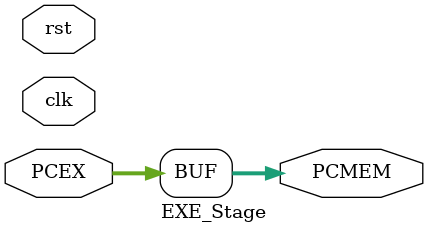
<source format=v>

module EXE_Stage(clk, rst, PCEX, PCMEM);

    input wire[0:0] clk, rst;
    input wire[0:31] PCEX;
    output wire[0:31] PCMEM;

    assign PCMEM = PCEX;
endmodule
</source>
